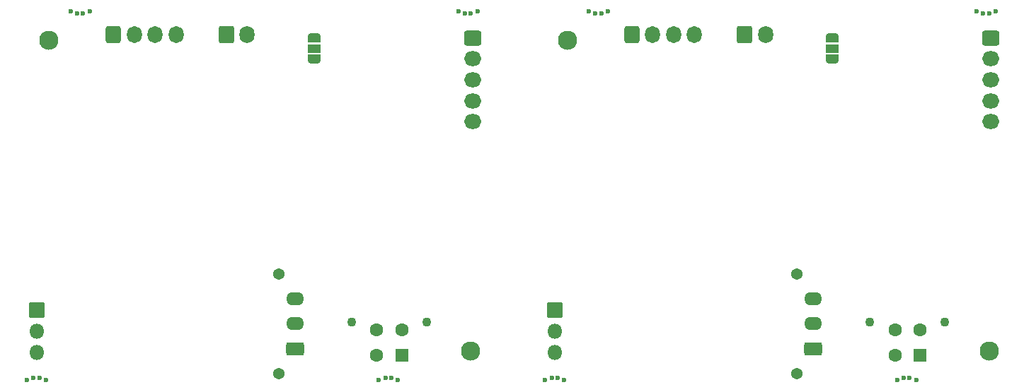
<source format=gbr>
%TF.GenerationSoftware,KiCad,Pcbnew,7.0.10*%
%TF.CreationDate,2024-01-03T22:03:13+01:00*%
%TF.ProjectId,SmartDisplay,536d6172-7444-4697-9370-6c61792e6b69,rev?*%
%TF.SameCoordinates,Original*%
%TF.FileFunction,Soldermask,Bot*%
%TF.FilePolarity,Negative*%
%FSLAX46Y46*%
G04 Gerber Fmt 4.6, Leading zero omitted, Abs format (unit mm)*
G04 Created by KiCad (PCBNEW 7.0.10) date 2024-01-03 22:03:13*
%MOMM*%
%LPD*%
G01*
G04 APERTURE LIST*
G04 Aperture macros list*
%AMRoundRect*
0 Rectangle with rounded corners*
0 $1 Rounding radius*
0 $2 $3 $4 $5 $6 $7 $8 $9 X,Y pos of 4 corners*
0 Add a 4 corners polygon primitive as box body*
4,1,4,$2,$3,$4,$5,$6,$7,$8,$9,$2,$3,0*
0 Add four circle primitives for the rounded corners*
1,1,$1+$1,$2,$3*
1,1,$1+$1,$4,$5*
1,1,$1+$1,$6,$7*
1,1,$1+$1,$8,$9*
0 Add four rect primitives between the rounded corners*
20,1,$1+$1,$2,$3,$4,$5,0*
20,1,$1+$1,$4,$5,$6,$7,0*
20,1,$1+$1,$6,$7,$8,$9,0*
20,1,$1+$1,$8,$9,$2,$3,0*%
%AMFreePoly0*
4,1,35,0.585355,0.785355,0.600000,0.750000,0.600000,-0.750000,0.585355,-0.785355,0.550000,-0.800000,0.000000,-0.800000,-0.012286,-0.794911,-0.071157,-0.794911,-0.085244,-0.792886,-0.221795,-0.752791,-0.234740,-0.746879,-0.354462,-0.669938,-0.365217,-0.660618,-0.458414,-0.553063,-0.466109,-0.541091,-0.525228,-0.411637,-0.529237,-0.397982,-0.549491,-0.257116,-0.550000,-0.250000,-0.550000,0.250000,
-0.549491,0.257116,-0.529237,0.397982,-0.525228,0.411637,-0.466109,0.541091,-0.458414,0.553063,-0.365217,0.660618,-0.354462,0.669938,-0.234740,0.746879,-0.221795,0.752791,-0.085244,0.792886,-0.071157,0.794911,-0.012286,0.794911,0.000000,0.800000,0.550000,0.800000,0.585355,0.785355,0.585355,0.785355,$1*%
%AMFreePoly1*
4,1,35,0.012286,0.794911,0.071157,0.794911,0.085244,0.792886,0.221795,0.752791,0.234740,0.746879,0.354462,0.669938,0.365217,0.660618,0.458414,0.553063,0.466109,0.541091,0.525228,0.411637,0.529237,0.397982,0.549491,0.257116,0.550000,0.250000,0.550000,-0.250000,0.549491,-0.257116,0.529237,-0.397982,0.525228,-0.411637,0.466109,-0.541091,0.458414,-0.553063,0.365217,-0.660618,
0.354462,-0.669938,0.234740,-0.746879,0.221795,-0.752791,0.085244,-0.792886,0.071157,-0.794911,0.012286,-0.794911,0.000000,-0.800000,-0.550000,-0.800000,-0.585355,-0.785355,-0.600000,-0.750000,-0.600000,0.750000,-0.585355,0.785355,-0.550000,0.800000,0.000000,0.800000,0.012286,0.794911,0.012286,0.794911,$1*%
G04 Aperture macros list end*
%ADD10C,2.300000*%
%ADD11RoundRect,0.264706X-0.635294X-0.785294X0.635294X-0.785294X0.635294X0.785294X-0.635294X0.785294X0*%
%ADD12O,1.800000X2.100000*%
%ADD13RoundRect,0.264706X-0.760294X0.635294X-0.760294X-0.635294X0.760294X-0.635294X0.760294X0.635294X0*%
%ADD14O,2.050000X1.800000*%
%ADD15C,1.100000*%
%ADD16RoundRect,0.266667X0.533333X0.533333X-0.533333X0.533333X-0.533333X-0.533333X0.533333X-0.533333X0*%
%ADD17C,1.600000*%
%ADD18C,1.370000*%
%ADD19RoundRect,0.266667X0.793333X-0.533333X0.793333X0.533333X-0.793333X0.533333X-0.793333X-0.533333X0*%
%ADD20O,2.120000X1.600000*%
%ADD21RoundRect,0.264706X-0.635294X-0.760294X0.635294X-0.760294X0.635294X0.760294X-0.635294X0.760294X0*%
%ADD22O,1.800000X2.050000*%
%ADD23C,0.600000*%
%ADD24RoundRect,0.050000X-0.850000X-0.850000X0.850000X-0.850000X0.850000X0.850000X-0.850000X0.850000X0*%
%ADD25O,1.800000X1.800000*%
%ADD26FreePoly0,270.000000*%
%ADD27RoundRect,0.050000X-0.750000X0.500000X-0.750000X-0.500000X0.750000X-0.500000X0.750000X0.500000X0*%
%ADD28FreePoly1,270.000000*%
G04 APERTURE END LIST*
D10*
%TO.C,H1*%
X47401612Y-41262491D03*
%TD*%
%TO.C,H2*%
X97866668Y-78519547D03*
%TD*%
D11*
%TO.C,J7*%
X68591612Y-40627491D03*
D12*
X71091612Y-40627491D03*
%TD*%
D13*
%TO.C,J2*%
X98091612Y-41033491D03*
D14*
X98091612Y-43533491D03*
X98091612Y-46033491D03*
X98091612Y-48533491D03*
X98091612Y-51033491D03*
%TD*%
D15*
%TO.C,J8*%
X92591612Y-75093491D03*
X83591612Y-75093491D03*
D16*
X89591612Y-79033491D03*
D17*
X86591612Y-79033491D03*
X89591612Y-76033491D03*
X86591612Y-76033491D03*
%TD*%
D18*
%TO.C,J6*%
X74881612Y-81283491D03*
X74881612Y-69283491D03*
D19*
X76841612Y-78283491D03*
D20*
X76841612Y-75283491D03*
X76841612Y-72283491D03*
%TD*%
D21*
%TO.C,J1*%
X55091612Y-40627491D03*
D22*
X57591612Y-40627491D03*
X60091612Y-40627491D03*
X62591612Y-40627491D03*
%TD*%
D15*
%TO.C,J8*%
X154591612Y-75093491D03*
X145591612Y-75093491D03*
D16*
X151591612Y-79033491D03*
D17*
X148591612Y-79033491D03*
X151591612Y-76033491D03*
X148591612Y-76033491D03*
%TD*%
D23*
%TO.C,MB4*%
X89141612Y-82033491D03*
X88341612Y-81783491D03*
X87641612Y-81783491D03*
X86841612Y-82033491D03*
%TD*%
D18*
%TO.C,J6*%
X136881612Y-81283491D03*
X136881612Y-69283491D03*
D19*
X138841612Y-78283491D03*
D20*
X138841612Y-75283491D03*
X138841612Y-72283491D03*
%TD*%
D21*
%TO.C,J1*%
X117091612Y-40627491D03*
D22*
X119591612Y-40627491D03*
X122091612Y-40627491D03*
X124591612Y-40627491D03*
%TD*%
D10*
%TO.C,H2*%
X159866668Y-78519547D03*
%TD*%
D24*
%TO.C,J3*%
X107901612Y-73613491D03*
D25*
X107901612Y-76153491D03*
X107901612Y-78693491D03*
%TD*%
D13*
%TO.C,J2*%
X160091612Y-41033491D03*
D14*
X160091612Y-43533491D03*
X160091612Y-46033491D03*
X160091612Y-48533491D03*
X160091612Y-51033491D03*
%TD*%
D23*
%TO.C,MB2*%
X158351612Y-37843491D03*
X159151612Y-38093491D03*
X159851612Y-38093491D03*
X160651612Y-37843491D03*
%TD*%
D10*
%TO.C,H1*%
X109401612Y-41262491D03*
%TD*%
D23*
%TO.C,MB3*%
X47041612Y-82033491D03*
X46241612Y-81783491D03*
X45541612Y-81783491D03*
X44741612Y-82033491D03*
%TD*%
D24*
%TO.C,J3*%
X45901612Y-73613491D03*
D25*
X45901612Y-76153491D03*
X45901612Y-78693491D03*
%TD*%
D23*
%TO.C,MB1*%
X111951612Y-37843491D03*
X112751612Y-38093491D03*
X113451612Y-38093491D03*
X114251612Y-37843491D03*
%TD*%
%TO.C,MB4*%
X151141612Y-82033491D03*
X150341612Y-81783491D03*
X149641612Y-81783491D03*
X148841612Y-82033491D03*
%TD*%
D11*
%TO.C,J7*%
X130591612Y-40627491D03*
D12*
X133091612Y-40627491D03*
%TD*%
D23*
%TO.C,MB2*%
X96351612Y-37843491D03*
X97151612Y-38093491D03*
X97851612Y-38093491D03*
X98651612Y-37843491D03*
%TD*%
%TO.C,MB3*%
X109041612Y-82033491D03*
X108241612Y-81783491D03*
X107541612Y-81783491D03*
X106741612Y-82033491D03*
%TD*%
%TO.C,MB1*%
X49951612Y-37843491D03*
X50751612Y-38093491D03*
X51451612Y-38093491D03*
X52251612Y-37843491D03*
%TD*%
D26*
%TO.C,JP3*%
X79091612Y-40983491D03*
D27*
X79091612Y-42283491D03*
D28*
X79091612Y-43583491D03*
%TD*%
D26*
%TO.C,JP3*%
X141091612Y-40983491D03*
D27*
X141091612Y-42283491D03*
D28*
X141091612Y-43583491D03*
%TD*%
M02*

</source>
